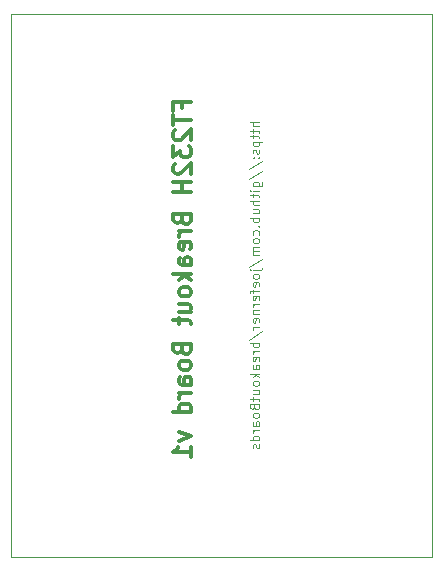
<source format=gbo>
G04 (created by PCBNEW (2013-mar-13)-testing) date Wed 17 Apr 2013 01:59:25 PM EDT*
%MOIN*%
G04 Gerber Fmt 3.4, Leading zero omitted, Abs format*
%FSLAX34Y34*%
G01*
G70*
G90*
G04 APERTURE LIST*
%ADD10C,0.006*%
%ADD11C,0.00393701*%
%ADD12C,0.011811*%
%ADD13C,0.125*%
%ADD14C,0.056*%
%ADD15R,0.06X0.06*%
%ADD16C,0.06*%
G04 APERTURE END LIST*
G54D10*
G54D11*
X47642Y-42970D02*
X47327Y-42970D01*
X47642Y-43105D02*
X47477Y-43105D01*
X47447Y-43090D01*
X47432Y-43060D01*
X47432Y-43015D01*
X47447Y-42985D01*
X47462Y-42970D01*
X47432Y-43210D02*
X47432Y-43330D01*
X47327Y-43255D02*
X47597Y-43255D01*
X47627Y-43270D01*
X47642Y-43300D01*
X47642Y-43330D01*
X47432Y-43390D02*
X47432Y-43510D01*
X47327Y-43435D02*
X47597Y-43435D01*
X47627Y-43450D01*
X47642Y-43480D01*
X47642Y-43510D01*
X47432Y-43615D02*
X47747Y-43615D01*
X47447Y-43615D02*
X47432Y-43645D01*
X47432Y-43705D01*
X47447Y-43735D01*
X47462Y-43750D01*
X47492Y-43765D01*
X47582Y-43765D01*
X47612Y-43750D01*
X47627Y-43735D01*
X47642Y-43705D01*
X47642Y-43645D01*
X47627Y-43615D01*
X47627Y-43885D02*
X47642Y-43915D01*
X47642Y-43975D01*
X47627Y-44005D01*
X47597Y-44020D01*
X47582Y-44020D01*
X47552Y-44005D01*
X47537Y-43975D01*
X47537Y-43930D01*
X47522Y-43900D01*
X47492Y-43885D01*
X47477Y-43885D01*
X47447Y-43900D01*
X47432Y-43930D01*
X47432Y-43975D01*
X47447Y-44005D01*
X47612Y-44155D02*
X47627Y-44170D01*
X47642Y-44155D01*
X47627Y-44140D01*
X47612Y-44155D01*
X47642Y-44155D01*
X47447Y-44155D02*
X47462Y-44170D01*
X47477Y-44155D01*
X47462Y-44140D01*
X47447Y-44155D01*
X47477Y-44155D01*
X47312Y-44530D02*
X47717Y-44260D01*
X47312Y-44860D02*
X47717Y-44590D01*
X47432Y-45100D02*
X47687Y-45100D01*
X47717Y-45085D01*
X47732Y-45070D01*
X47747Y-45040D01*
X47747Y-44995D01*
X47732Y-44965D01*
X47627Y-45100D02*
X47642Y-45070D01*
X47642Y-45010D01*
X47627Y-44980D01*
X47612Y-44965D01*
X47582Y-44950D01*
X47492Y-44950D01*
X47462Y-44965D01*
X47447Y-44980D01*
X47432Y-45010D01*
X47432Y-45070D01*
X47447Y-45100D01*
X47642Y-45250D02*
X47432Y-45250D01*
X47327Y-45250D02*
X47342Y-45235D01*
X47357Y-45250D01*
X47342Y-45265D01*
X47327Y-45250D01*
X47357Y-45250D01*
X47432Y-45355D02*
X47432Y-45475D01*
X47327Y-45400D02*
X47597Y-45400D01*
X47627Y-45415D01*
X47642Y-45445D01*
X47642Y-45475D01*
X47642Y-45580D02*
X47327Y-45580D01*
X47642Y-45715D02*
X47477Y-45715D01*
X47447Y-45700D01*
X47432Y-45670D01*
X47432Y-45625D01*
X47447Y-45595D01*
X47462Y-45580D01*
X47432Y-46000D02*
X47642Y-46000D01*
X47432Y-45865D02*
X47597Y-45865D01*
X47627Y-45880D01*
X47642Y-45910D01*
X47642Y-45955D01*
X47627Y-45985D01*
X47612Y-46000D01*
X47642Y-46150D02*
X47327Y-46150D01*
X47447Y-46150D02*
X47432Y-46180D01*
X47432Y-46240D01*
X47447Y-46270D01*
X47462Y-46285D01*
X47492Y-46300D01*
X47582Y-46300D01*
X47612Y-46285D01*
X47627Y-46270D01*
X47642Y-46240D01*
X47642Y-46180D01*
X47627Y-46150D01*
X47612Y-46435D02*
X47627Y-46450D01*
X47642Y-46435D01*
X47627Y-46420D01*
X47612Y-46435D01*
X47642Y-46435D01*
X47627Y-46720D02*
X47642Y-46690D01*
X47642Y-46630D01*
X47627Y-46600D01*
X47612Y-46585D01*
X47582Y-46570D01*
X47492Y-46570D01*
X47462Y-46585D01*
X47447Y-46600D01*
X47432Y-46630D01*
X47432Y-46690D01*
X47447Y-46720D01*
X47642Y-46900D02*
X47627Y-46870D01*
X47612Y-46855D01*
X47582Y-46840D01*
X47492Y-46840D01*
X47462Y-46855D01*
X47447Y-46870D01*
X47432Y-46900D01*
X47432Y-46945D01*
X47447Y-46975D01*
X47462Y-46990D01*
X47492Y-47005D01*
X47582Y-47005D01*
X47612Y-46990D01*
X47627Y-46975D01*
X47642Y-46945D01*
X47642Y-46900D01*
X47642Y-47140D02*
X47432Y-47140D01*
X47462Y-47140D02*
X47447Y-47155D01*
X47432Y-47185D01*
X47432Y-47230D01*
X47447Y-47260D01*
X47477Y-47275D01*
X47642Y-47275D01*
X47477Y-47275D02*
X47447Y-47290D01*
X47432Y-47320D01*
X47432Y-47365D01*
X47447Y-47395D01*
X47477Y-47410D01*
X47642Y-47410D01*
X47312Y-47785D02*
X47717Y-47515D01*
X47432Y-47890D02*
X47702Y-47890D01*
X47732Y-47875D01*
X47747Y-47845D01*
X47747Y-47830D01*
X47327Y-47890D02*
X47342Y-47875D01*
X47357Y-47890D01*
X47342Y-47905D01*
X47327Y-47890D01*
X47357Y-47890D01*
X47642Y-48085D02*
X47627Y-48055D01*
X47612Y-48040D01*
X47582Y-48025D01*
X47492Y-48025D01*
X47462Y-48040D01*
X47447Y-48055D01*
X47432Y-48085D01*
X47432Y-48130D01*
X47447Y-48160D01*
X47462Y-48175D01*
X47492Y-48190D01*
X47582Y-48190D01*
X47612Y-48175D01*
X47627Y-48160D01*
X47642Y-48130D01*
X47642Y-48085D01*
X47627Y-48444D02*
X47642Y-48414D01*
X47642Y-48355D01*
X47627Y-48325D01*
X47597Y-48310D01*
X47477Y-48310D01*
X47447Y-48325D01*
X47432Y-48355D01*
X47432Y-48414D01*
X47447Y-48444D01*
X47477Y-48459D01*
X47507Y-48459D01*
X47537Y-48310D01*
X47432Y-48549D02*
X47432Y-48669D01*
X47642Y-48594D02*
X47372Y-48594D01*
X47342Y-48609D01*
X47327Y-48639D01*
X47327Y-48669D01*
X47627Y-48894D02*
X47642Y-48864D01*
X47642Y-48804D01*
X47627Y-48774D01*
X47597Y-48759D01*
X47477Y-48759D01*
X47447Y-48774D01*
X47432Y-48804D01*
X47432Y-48864D01*
X47447Y-48894D01*
X47477Y-48909D01*
X47507Y-48909D01*
X47537Y-48759D01*
X47642Y-49044D02*
X47432Y-49044D01*
X47492Y-49044D02*
X47462Y-49059D01*
X47447Y-49074D01*
X47432Y-49104D01*
X47432Y-49134D01*
X47432Y-49239D02*
X47642Y-49239D01*
X47462Y-49239D02*
X47447Y-49254D01*
X47432Y-49284D01*
X47432Y-49329D01*
X47447Y-49359D01*
X47477Y-49374D01*
X47642Y-49374D01*
X47627Y-49644D02*
X47642Y-49614D01*
X47642Y-49554D01*
X47627Y-49524D01*
X47597Y-49509D01*
X47477Y-49509D01*
X47447Y-49524D01*
X47432Y-49554D01*
X47432Y-49614D01*
X47447Y-49644D01*
X47477Y-49659D01*
X47507Y-49659D01*
X47537Y-49509D01*
X47642Y-49794D02*
X47432Y-49794D01*
X47492Y-49794D02*
X47462Y-49809D01*
X47447Y-49824D01*
X47432Y-49854D01*
X47432Y-49884D01*
X47312Y-50214D02*
X47717Y-49944D01*
X47642Y-50319D02*
X47327Y-50319D01*
X47447Y-50319D02*
X47432Y-50349D01*
X47432Y-50409D01*
X47447Y-50439D01*
X47462Y-50454D01*
X47492Y-50469D01*
X47582Y-50469D01*
X47612Y-50454D01*
X47627Y-50439D01*
X47642Y-50409D01*
X47642Y-50349D01*
X47627Y-50319D01*
X47642Y-50604D02*
X47432Y-50604D01*
X47492Y-50604D02*
X47462Y-50619D01*
X47447Y-50634D01*
X47432Y-50664D01*
X47432Y-50694D01*
X47627Y-50919D02*
X47642Y-50889D01*
X47642Y-50829D01*
X47627Y-50799D01*
X47597Y-50784D01*
X47477Y-50784D01*
X47447Y-50799D01*
X47432Y-50829D01*
X47432Y-50889D01*
X47447Y-50919D01*
X47477Y-50934D01*
X47507Y-50934D01*
X47537Y-50784D01*
X47642Y-51204D02*
X47477Y-51204D01*
X47447Y-51189D01*
X47432Y-51159D01*
X47432Y-51099D01*
X47447Y-51069D01*
X47627Y-51204D02*
X47642Y-51174D01*
X47642Y-51099D01*
X47627Y-51069D01*
X47597Y-51054D01*
X47567Y-51054D01*
X47537Y-51069D01*
X47522Y-51099D01*
X47522Y-51174D01*
X47507Y-51204D01*
X47642Y-51354D02*
X47327Y-51354D01*
X47522Y-51384D02*
X47642Y-51474D01*
X47432Y-51474D02*
X47552Y-51354D01*
X47642Y-51654D02*
X47627Y-51624D01*
X47612Y-51609D01*
X47582Y-51594D01*
X47492Y-51594D01*
X47462Y-51609D01*
X47447Y-51624D01*
X47432Y-51654D01*
X47432Y-51699D01*
X47447Y-51729D01*
X47462Y-51744D01*
X47492Y-51759D01*
X47582Y-51759D01*
X47612Y-51744D01*
X47627Y-51729D01*
X47642Y-51699D01*
X47642Y-51654D01*
X47432Y-52029D02*
X47642Y-52029D01*
X47432Y-51894D02*
X47597Y-51894D01*
X47627Y-51909D01*
X47642Y-51939D01*
X47642Y-51984D01*
X47627Y-52014D01*
X47612Y-52029D01*
X47432Y-52134D02*
X47432Y-52254D01*
X47327Y-52179D02*
X47597Y-52179D01*
X47627Y-52194D01*
X47642Y-52224D01*
X47642Y-52254D01*
X47477Y-52464D02*
X47492Y-52509D01*
X47507Y-52524D01*
X47537Y-52539D01*
X47582Y-52539D01*
X47612Y-52524D01*
X47627Y-52509D01*
X47642Y-52479D01*
X47642Y-52359D01*
X47327Y-52359D01*
X47327Y-52464D01*
X47342Y-52494D01*
X47357Y-52509D01*
X47387Y-52524D01*
X47417Y-52524D01*
X47447Y-52509D01*
X47462Y-52494D01*
X47477Y-52464D01*
X47477Y-52359D01*
X47642Y-52719D02*
X47627Y-52689D01*
X47612Y-52674D01*
X47582Y-52659D01*
X47492Y-52659D01*
X47462Y-52674D01*
X47447Y-52689D01*
X47432Y-52719D01*
X47432Y-52764D01*
X47447Y-52794D01*
X47462Y-52809D01*
X47492Y-52824D01*
X47582Y-52824D01*
X47612Y-52809D01*
X47627Y-52794D01*
X47642Y-52764D01*
X47642Y-52719D01*
X47642Y-53094D02*
X47477Y-53094D01*
X47447Y-53079D01*
X47432Y-53049D01*
X47432Y-52989D01*
X47447Y-52959D01*
X47627Y-53094D02*
X47642Y-53064D01*
X47642Y-52989D01*
X47627Y-52959D01*
X47597Y-52944D01*
X47567Y-52944D01*
X47537Y-52959D01*
X47522Y-52989D01*
X47522Y-53064D01*
X47507Y-53094D01*
X47642Y-53244D02*
X47432Y-53244D01*
X47492Y-53244D02*
X47462Y-53259D01*
X47447Y-53274D01*
X47432Y-53304D01*
X47432Y-53334D01*
X47642Y-53574D02*
X47327Y-53574D01*
X47627Y-53574D02*
X47642Y-53544D01*
X47642Y-53484D01*
X47627Y-53454D01*
X47612Y-53439D01*
X47582Y-53424D01*
X47492Y-53424D01*
X47462Y-53439D01*
X47447Y-53454D01*
X47432Y-53484D01*
X47432Y-53544D01*
X47447Y-53574D01*
X47627Y-53709D02*
X47642Y-53739D01*
X47642Y-53799D01*
X47627Y-53829D01*
X47597Y-53844D01*
X47582Y-53844D01*
X47552Y-53829D01*
X47537Y-53799D01*
X47537Y-53754D01*
X47522Y-53724D01*
X47492Y-53709D01*
X47477Y-53709D01*
X47447Y-53724D01*
X47432Y-53754D01*
X47432Y-53799D01*
X47447Y-53829D01*
G54D12*
X45057Y-42505D02*
X45057Y-42308D01*
X45367Y-42308D02*
X44776Y-42308D01*
X44776Y-42589D01*
X44776Y-42730D02*
X44776Y-43067D01*
X45367Y-42899D02*
X44776Y-42899D01*
X44832Y-43236D02*
X44804Y-43264D01*
X44776Y-43320D01*
X44776Y-43461D01*
X44804Y-43517D01*
X44832Y-43545D01*
X44889Y-43574D01*
X44945Y-43574D01*
X45029Y-43545D01*
X45367Y-43208D01*
X45367Y-43574D01*
X44776Y-43770D02*
X44776Y-44136D01*
X45001Y-43939D01*
X45001Y-44023D01*
X45029Y-44080D01*
X45057Y-44108D01*
X45114Y-44136D01*
X45254Y-44136D01*
X45310Y-44108D01*
X45339Y-44080D01*
X45367Y-44023D01*
X45367Y-43855D01*
X45339Y-43798D01*
X45310Y-43770D01*
X44832Y-44361D02*
X44804Y-44389D01*
X44776Y-44445D01*
X44776Y-44586D01*
X44804Y-44642D01*
X44832Y-44670D01*
X44889Y-44698D01*
X44945Y-44698D01*
X45029Y-44670D01*
X45367Y-44333D01*
X45367Y-44698D01*
X45367Y-44951D02*
X44776Y-44951D01*
X45057Y-44951D02*
X45057Y-45289D01*
X45367Y-45289D02*
X44776Y-45289D01*
X45057Y-46217D02*
X45085Y-46301D01*
X45114Y-46329D01*
X45170Y-46358D01*
X45254Y-46358D01*
X45310Y-46329D01*
X45339Y-46301D01*
X45367Y-46245D01*
X45367Y-46020D01*
X44776Y-46020D01*
X44776Y-46217D01*
X44804Y-46273D01*
X44832Y-46301D01*
X44889Y-46329D01*
X44945Y-46329D01*
X45001Y-46301D01*
X45029Y-46273D01*
X45057Y-46217D01*
X45057Y-46020D01*
X45367Y-46611D02*
X44973Y-46611D01*
X45085Y-46611D02*
X45029Y-46639D01*
X45001Y-46667D01*
X44973Y-46723D01*
X44973Y-46779D01*
X45339Y-47201D02*
X45367Y-47145D01*
X45367Y-47032D01*
X45339Y-46976D01*
X45282Y-46948D01*
X45057Y-46948D01*
X45001Y-46976D01*
X44973Y-47032D01*
X44973Y-47145D01*
X45001Y-47201D01*
X45057Y-47229D01*
X45114Y-47229D01*
X45170Y-46948D01*
X45367Y-47735D02*
X45057Y-47735D01*
X45001Y-47707D01*
X44973Y-47651D01*
X44973Y-47539D01*
X45001Y-47482D01*
X45339Y-47735D02*
X45367Y-47679D01*
X45367Y-47539D01*
X45339Y-47482D01*
X45282Y-47454D01*
X45226Y-47454D01*
X45170Y-47482D01*
X45142Y-47539D01*
X45142Y-47679D01*
X45114Y-47735D01*
X45367Y-48017D02*
X44776Y-48017D01*
X45142Y-48073D02*
X45367Y-48242D01*
X44973Y-48242D02*
X45198Y-48017D01*
X45367Y-48579D02*
X45339Y-48523D01*
X45310Y-48495D01*
X45254Y-48467D01*
X45085Y-48467D01*
X45029Y-48495D01*
X45001Y-48523D01*
X44973Y-48579D01*
X44973Y-48664D01*
X45001Y-48720D01*
X45029Y-48748D01*
X45085Y-48776D01*
X45254Y-48776D01*
X45310Y-48748D01*
X45339Y-48720D01*
X45367Y-48664D01*
X45367Y-48579D01*
X44973Y-49282D02*
X45367Y-49282D01*
X44973Y-49029D02*
X45282Y-49029D01*
X45339Y-49057D01*
X45367Y-49113D01*
X45367Y-49198D01*
X45339Y-49254D01*
X45310Y-49282D01*
X44973Y-49479D02*
X44973Y-49704D01*
X44776Y-49563D02*
X45282Y-49563D01*
X45339Y-49592D01*
X45367Y-49648D01*
X45367Y-49704D01*
X45057Y-50548D02*
X45085Y-50632D01*
X45114Y-50660D01*
X45170Y-50688D01*
X45254Y-50688D01*
X45310Y-50660D01*
X45339Y-50632D01*
X45367Y-50576D01*
X45367Y-50351D01*
X44776Y-50351D01*
X44776Y-50548D01*
X44804Y-50604D01*
X44832Y-50632D01*
X44889Y-50660D01*
X44945Y-50660D01*
X45001Y-50632D01*
X45029Y-50604D01*
X45057Y-50548D01*
X45057Y-50351D01*
X45367Y-51026D02*
X45339Y-50969D01*
X45310Y-50941D01*
X45254Y-50913D01*
X45085Y-50913D01*
X45029Y-50941D01*
X45001Y-50969D01*
X44973Y-51026D01*
X44973Y-51110D01*
X45001Y-51166D01*
X45029Y-51194D01*
X45085Y-51223D01*
X45254Y-51223D01*
X45310Y-51194D01*
X45339Y-51166D01*
X45367Y-51110D01*
X45367Y-51026D01*
X45367Y-51729D02*
X45057Y-51729D01*
X45001Y-51701D01*
X44973Y-51644D01*
X44973Y-51532D01*
X45001Y-51476D01*
X45339Y-51729D02*
X45367Y-51673D01*
X45367Y-51532D01*
X45339Y-51476D01*
X45282Y-51448D01*
X45226Y-51448D01*
X45170Y-51476D01*
X45142Y-51532D01*
X45142Y-51673D01*
X45114Y-51729D01*
X45367Y-52010D02*
X44973Y-52010D01*
X45085Y-52010D02*
X45029Y-52038D01*
X45001Y-52066D01*
X44973Y-52122D01*
X44973Y-52179D01*
X45367Y-52629D02*
X44776Y-52629D01*
X45339Y-52629D02*
X45367Y-52572D01*
X45367Y-52460D01*
X45339Y-52404D01*
X45310Y-52376D01*
X45254Y-52347D01*
X45085Y-52347D01*
X45029Y-52376D01*
X45001Y-52404D01*
X44973Y-52460D01*
X44973Y-52572D01*
X45001Y-52629D01*
X44973Y-53304D02*
X45367Y-53444D01*
X44973Y-53585D01*
X45367Y-54119D02*
X45367Y-53782D01*
X45367Y-53950D02*
X44776Y-53950D01*
X44860Y-53894D01*
X44917Y-53838D01*
X44945Y-53782D01*
G54D11*
X39370Y-39370D02*
X39370Y-57455D01*
X39370Y-57455D02*
X53385Y-57455D01*
X53385Y-39370D02*
X53385Y-57455D01*
X39370Y-39370D02*
X53385Y-39370D01*
%LPC*%
G54D13*
X52370Y-40370D03*
X40370Y-56370D03*
X40370Y-40370D03*
X52370Y-56370D03*
G54D14*
X47629Y-55236D03*
X45629Y-55236D03*
G54D15*
X40370Y-42370D03*
G54D16*
X40370Y-43370D03*
X40370Y-44370D03*
X40370Y-45370D03*
X40370Y-46370D03*
X40370Y-47370D03*
X40370Y-48370D03*
X40370Y-49370D03*
X40370Y-50370D03*
X40370Y-51370D03*
X40370Y-52370D03*
X40370Y-53370D03*
X40370Y-54370D03*
G54D15*
X52370Y-54370D03*
G54D16*
X52370Y-53370D03*
X52370Y-52370D03*
X52370Y-51370D03*
X52370Y-50370D03*
X52370Y-49370D03*
X52370Y-48370D03*
X52370Y-47370D03*
X52370Y-46370D03*
X52370Y-45370D03*
X52370Y-44370D03*
X52370Y-43370D03*
X52370Y-42370D03*
M02*

</source>
